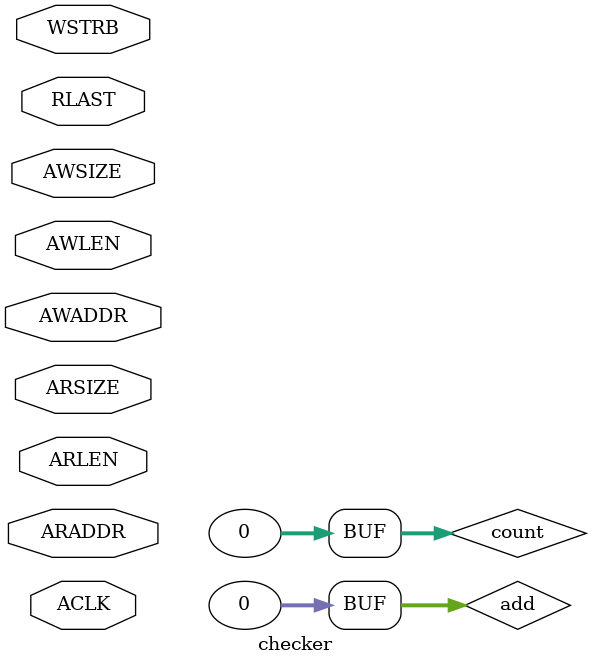
<source format=v>

module checker(
        ACLK,
        //HCLK,
        AWADDR,
        WSTRB,
        AWLEN,
        AWSIZE,
        ARADDR,
        ARLEN,
        ARSIZE,
        RLAST
        );
  parameter AXI_AWIDTH =  32;
  parameter   AXI_DWIDTH   = 64; 
  localparam  AXI_WRSTB    = AXI_DWIDTH / 8;

  input                     ACLK;
//  input                     HCLK;
  input  [AXI_AWIDTH-1:0]   AWADDR;
  input  [2:0]              AWSIZE;
  input  [AXI_WRSTB-1:0]    WSTRB;
  input  [3:0]              AWLEN;
  input  [AXI_AWIDTH-1:0]   ARADDR;
  input  [3:0]              ARLEN;
  input  [2:0]              ARSIZE;
  input                     RLAST;
  integer                   add;
  integer                   i;
  integer                   count;
  integer                   count1;
  

  initial begin
      add=8'h00;
      count=0;
  end
  
//-----------------------Checker read task---------------------------
//This task is called from axiread task,this task will generatethe final
//address based on starting address and ARLEN.Based on both the addresses
//the value stored in AXI_MEMORY is compared with the AHB_Memory for the
//valid address,if all the transactions are right it will display pass
//otherwise fail along with length

  task check_read;
  reg       count2;
  integer   finaladd;
  begin  
     finaladd=8'h00;
     $display("--------------ARLEN--------------=%h",ARLEN);
     add=ARADDR[7:0];
     case(ARSIZE[1:0])
       2'b11:case(add[2:0])
               3'b000:finaladd=(add+7)+(ARLEN)*8;
               3'b001:finaladd=(add+6)+(ARLEN)*8;
               3'b010:finaladd=(add+5)+(ARLEN)*8;
               3'b011:finaladd=(add+4)+(ARLEN)*8;
               3'b100:finaladd=(add+3)+(ARLEN)*8;
               3'b101:finaladd=(add+2)+(ARLEN)*8;
               3'b110:finaladd=(add+1)+(ARLEN)*8;
               3'b111:finaladd=(add)+(ARLEN)*8;
             endcase
      2'b10:case(add[1:0])
                2'b00:finaladd=(add+3)+(ARLEN)*4;
                2'b01:finaladd=(add+2)+(ARLEN)*4;
                2'b10:finaladd=(add+1)+(ARLEN)*4;
                2'b11:finaladd=(add)+(ARLEN)*4;
            endcase
      2'b01:begin
             if(add%2==0) begin
                 finaladd=(add+1)+(ARLEN)*2;
             end
             else begin
                 finaladd=add+(ARLEN)*2;
             end
            end
      2'b00:finaladd=add+(ARLEN)*1;
    endcase
//    for(i=add;i<=finaladd;i=i+1)
//    begin
//        if(master_0.check_mem[i]==slave_0.check_readmem[i])
//        begin
//            $display("address0X=%h,master_val=%h,slave_val=%h",i,master_0.check_mem[i],slave_0.check_readmem[i]);
//        end
//        else begin
//            count=count+1;
//            $display("count=%h,address=%h,master_val=%h,slave_val=%h",count,i,master_0.check_mem[i],slave_0.check_readmem[i]);
//        end
//            
//    end
    if(count==0)
    begin
        $display("--------PASS----------");
                count2=1;
    end
    else begin
        $display("fail");
        $display("ARLEN=%h",ARLEN);
        $display("add=%h",add);
            
        end
     
 end
endtask
//-----------------------Checker write task---------------------------
//This task is called from axiwrite task,this task will generate the final
//address based on starting address,here starting address for comparision 
//depends on the writestrobe and final address is calculated based on ARLEN.
//Based on both the addresses the value stored in AXI_MEMORY is compared with
//the AHB_Memory for the all valid address,if all the transactions are right 
//it will display pass otherwise fail along with length

task check_write;
  reg count2;
  integer   finaladd;
  begin  
       count=0; 
        finaladd=8'h00;
        $display("--------------AWLEN--------------=%h",AWLEN);
        case(AWSIZE[1:0])
         2'b11: case(master_0.axi_write.writestb)
                 8'b11111111:add[3:0]=4'b0000;
                 8'b11111110:add[3:0]=4'b0001;
                 8'b11111100:add[3:0]=4'b0010;
                 8'b11111000:add[3:0]=4'b0011;
                 8'b11110000:add[3:0]=4'b0100;
                 8'b11100000:add[3:0]=4'b0101;
                 8'b11000000:add[3:0]=4'b0110;
                 8'b10000000:add[3:0]=4'b0111;
                endcase
         2'b10: case(master_0.axi_write.writestb)
                 8'b00001111:add[3:0]=4'b0000;
                 8'b00001110:add[3:0]=4'b0001;
                 8'b00001100:add[3:0]=4'b0010;
                 8'b00001000:add[3:0]=4'b0011;
                 8'b11110000:add[3:0]=4'b0100;
                 8'b11100000:add[3:0]=4'b0101;
                 8'b11000000:add[3:0]=4'b0110;
                 8'b10000000:add[3:0]=4'b0111;
                endcase
         2'b01: case(master_0.axi_write.writestb)
                 8'b00000011:add[3:0]=4'b0000;
                 8'b00000010:add[3:0]=4'b0001;
                 8'b00001100:add[3:0]=4'b0010;
                 8'b00001000:add[3:0]=4'b0011;
                 8'b00110000:add[3:0]=4'b0100;
                 8'b00100000:add[3:0]=4'b0101;
                 8'b11000000:add[3:0]=4'b0110;
                 8'b10000000:add[3:0]=4'b0111;
                endcase
         2'b00: case(master_0.axi_write.writestb)
                 8'b00000001:add[3:0]=4'b0000;
                 8'b00000010:add[3:0]=4'b0001;
                 8'b00000100:add[3:0]=4'b0010;
                 8'b00001000:add[3:0]=4'b0011;
                 8'b00010000:add[3:0]=4'b0100;
                 8'b00100000:add[3:0]=4'b0101;
                 8'b01000000:add[3:0]=4'b0110;
                 8'b10000000:add[3:0]=4'b0111;
                endcase
         endcase
         add[7:4]=AWADDR[7:4];
         case(AWSIZE[1:0])
           2'b11:case(add[2:0])
                    3'b000:finaladd=(add+7)+(AWLEN)*8;
                    3'b001:finaladd=(add+6)+(AWLEN)*8;
                    3'b010:finaladd=(add+5)+(AWLEN)*8;
                    3'b011:finaladd=(add+4)+(AWLEN)*8;
                    3'b100:finaladd=(add+3)+(AWLEN)*8;
                    3'b101:finaladd=(add+2)+(AWLEN)*8;
                    3'b110:finaladd=(add+1)+(AWLEN)*8;
                    3'b111:finaladd=(add)+(AWLEN)*8;
                endcase
          2'b10:case(add[1:0])
                    2'b00:finaladd=(add+3)+(AWLEN)*4;
                    2'b01:finaladd=(add+2)+(AWLEN)*4;
                    2'b10:finaladd=(add+1)+(AWLEN)*4;
                    2'b11:finaladd=(add)+(AWLEN)*4;
                    endcase
          2'b01:begin
                 if(add%2==0) begin
                    finaladd=(add+1)+(AWLEN)*2;
                   end
                 else begin
                           finaladd=add+(AWLEN)*2;
                    end
                end  
          2'b00:finaladd=add+(AWLEN)*1;
        endcase
//        for(i=add;i<=finaladd;i=i+1)
//        begin
//            if(master_0.check_mem[i]==slave_0.check_writemem[i])
//            begin
//                $display("address0X=%h,master_val=%h,slave_val=%h",i,master_0.check_mem[i],slave_0.check_writemem[i]);
//            end
//            else begin
//                count=count+1;
//                $display("count=%h,address=%h,master_val=%h,slave_val=%h",count,i,master_0.check_mem[i],slave_0.check_writemem[i]);
//                
//            end
//                
//        end
        
        if(count==0)
        begin
            $display("--------PASS----------");
                    count2=1;
        end
        else begin
            $display("fail");
            $display("AWLEN=%h",AWLEN);
        end
 end
endtask
endmodule
        
  
 

</source>
